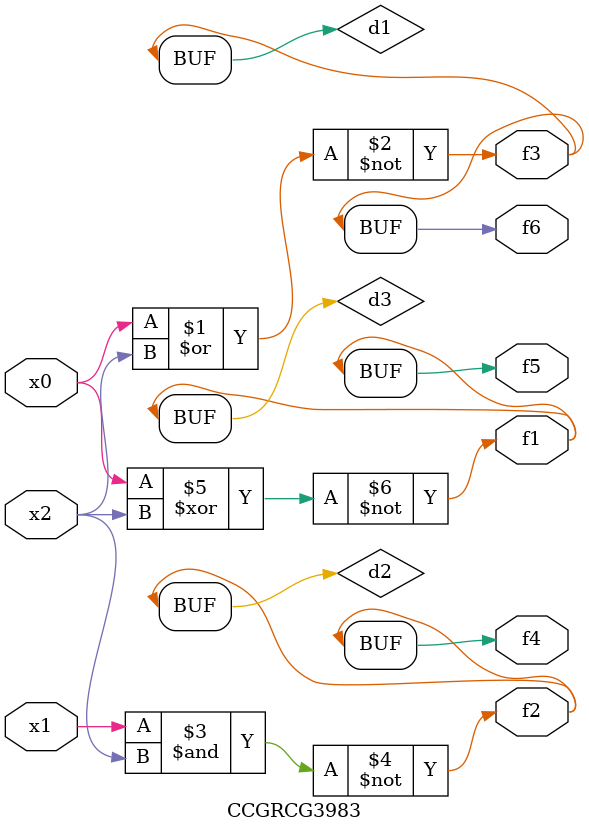
<source format=v>
module CCGRCG3983(
	input x0, x1, x2,
	output f1, f2, f3, f4, f5, f6
);

	wire d1, d2, d3;

	nor (d1, x0, x2);
	nand (d2, x1, x2);
	xnor (d3, x0, x2);
	assign f1 = d3;
	assign f2 = d2;
	assign f3 = d1;
	assign f4 = d2;
	assign f5 = d3;
	assign f6 = d1;
endmodule

</source>
